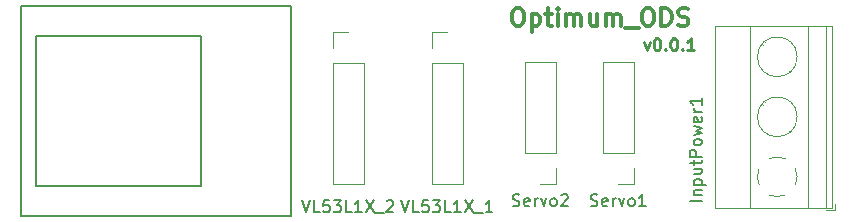
<source format=gbr>
%TF.GenerationSoftware,KiCad,Pcbnew,(5.0.2)-1*%
%TF.CreationDate,2021-02-04T11:14:55+01:00*%
%TF.ProjectId,radar_d1_mini_pcb,72616461-725f-4643-915f-6d696e695f70,rev?*%
%TF.SameCoordinates,Original*%
%TF.FileFunction,Legend,Top*%
%TF.FilePolarity,Positive*%
%FSLAX46Y46*%
G04 Gerber Fmt 4.6, Leading zero omitted, Abs format (unit mm)*
G04 Created by KiCad (PCBNEW (5.0.2)-1) date 04/02/2021 11:14:55*
%MOMM*%
%LPD*%
G01*
G04 APERTURE LIST*
%ADD10C,0.250000*%
%ADD11C,0.375000*%
%ADD12C,0.150000*%
%ADD13C,0.120000*%
G04 APERTURE END LIST*
D10*
X161433142Y-122213714D02*
X161671238Y-122880380D01*
X161909333Y-122213714D01*
X162480761Y-121880380D02*
X162576000Y-121880380D01*
X162671238Y-121928000D01*
X162718857Y-121975619D01*
X162766476Y-122070857D01*
X162814095Y-122261333D01*
X162814095Y-122499428D01*
X162766476Y-122689904D01*
X162718857Y-122785142D01*
X162671238Y-122832761D01*
X162576000Y-122880380D01*
X162480761Y-122880380D01*
X162385523Y-122832761D01*
X162337904Y-122785142D01*
X162290285Y-122689904D01*
X162242666Y-122499428D01*
X162242666Y-122261333D01*
X162290285Y-122070857D01*
X162337904Y-121975619D01*
X162385523Y-121928000D01*
X162480761Y-121880380D01*
X163242666Y-122785142D02*
X163290285Y-122832761D01*
X163242666Y-122880380D01*
X163195047Y-122832761D01*
X163242666Y-122785142D01*
X163242666Y-122880380D01*
X163909333Y-121880380D02*
X164004571Y-121880380D01*
X164099809Y-121928000D01*
X164147428Y-121975619D01*
X164195047Y-122070857D01*
X164242666Y-122261333D01*
X164242666Y-122499428D01*
X164195047Y-122689904D01*
X164147428Y-122785142D01*
X164099809Y-122832761D01*
X164004571Y-122880380D01*
X163909333Y-122880380D01*
X163814095Y-122832761D01*
X163766476Y-122785142D01*
X163718857Y-122689904D01*
X163671238Y-122499428D01*
X163671238Y-122261333D01*
X163718857Y-122070857D01*
X163766476Y-121975619D01*
X163814095Y-121928000D01*
X163909333Y-121880380D01*
X164671238Y-122785142D02*
X164718857Y-122832761D01*
X164671238Y-122880380D01*
X164623619Y-122832761D01*
X164671238Y-122785142D01*
X164671238Y-122880380D01*
X165671238Y-122880380D02*
X165099809Y-122880380D01*
X165385523Y-122880380D02*
X165385523Y-121880380D01*
X165290285Y-122023238D01*
X165195047Y-122118476D01*
X165099809Y-122166095D01*
D11*
X150626857Y-119320571D02*
X150912571Y-119320571D01*
X151055428Y-119392000D01*
X151198285Y-119534857D01*
X151269714Y-119820571D01*
X151269714Y-120320571D01*
X151198285Y-120606285D01*
X151055428Y-120749142D01*
X150912571Y-120820571D01*
X150626857Y-120820571D01*
X150484000Y-120749142D01*
X150341142Y-120606285D01*
X150269714Y-120320571D01*
X150269714Y-119820571D01*
X150341142Y-119534857D01*
X150484000Y-119392000D01*
X150626857Y-119320571D01*
X151912571Y-119820571D02*
X151912571Y-121320571D01*
X151912571Y-119892000D02*
X152055428Y-119820571D01*
X152341142Y-119820571D01*
X152484000Y-119892000D01*
X152555428Y-119963428D01*
X152626857Y-120106285D01*
X152626857Y-120534857D01*
X152555428Y-120677714D01*
X152484000Y-120749142D01*
X152341142Y-120820571D01*
X152055428Y-120820571D01*
X151912571Y-120749142D01*
X153055428Y-119820571D02*
X153626857Y-119820571D01*
X153269714Y-119320571D02*
X153269714Y-120606285D01*
X153341142Y-120749142D01*
X153484000Y-120820571D01*
X153626857Y-120820571D01*
X154126857Y-120820571D02*
X154126857Y-119820571D01*
X154126857Y-119320571D02*
X154055428Y-119392000D01*
X154126857Y-119463428D01*
X154198285Y-119392000D01*
X154126857Y-119320571D01*
X154126857Y-119463428D01*
X154841142Y-120820571D02*
X154841142Y-119820571D01*
X154841142Y-119963428D02*
X154912571Y-119892000D01*
X155055428Y-119820571D01*
X155269714Y-119820571D01*
X155412571Y-119892000D01*
X155484000Y-120034857D01*
X155484000Y-120820571D01*
X155484000Y-120034857D02*
X155555428Y-119892000D01*
X155698285Y-119820571D01*
X155912571Y-119820571D01*
X156055428Y-119892000D01*
X156126857Y-120034857D01*
X156126857Y-120820571D01*
X157484000Y-119820571D02*
X157484000Y-120820571D01*
X156841142Y-119820571D02*
X156841142Y-120606285D01*
X156912571Y-120749142D01*
X157055428Y-120820571D01*
X157269714Y-120820571D01*
X157412571Y-120749142D01*
X157484000Y-120677714D01*
X158198285Y-120820571D02*
X158198285Y-119820571D01*
X158198285Y-119963428D02*
X158269714Y-119892000D01*
X158412571Y-119820571D01*
X158626857Y-119820571D01*
X158769714Y-119892000D01*
X158841142Y-120034857D01*
X158841142Y-120820571D01*
X158841142Y-120034857D02*
X158912571Y-119892000D01*
X159055428Y-119820571D01*
X159269714Y-119820571D01*
X159412571Y-119892000D01*
X159484000Y-120034857D01*
X159484000Y-120820571D01*
X159841142Y-120963428D02*
X160984000Y-120963428D01*
X161626857Y-119320571D02*
X161912571Y-119320571D01*
X162055428Y-119392000D01*
X162198285Y-119534857D01*
X162269714Y-119820571D01*
X162269714Y-120320571D01*
X162198285Y-120606285D01*
X162055428Y-120749142D01*
X161912571Y-120820571D01*
X161626857Y-120820571D01*
X161484000Y-120749142D01*
X161341142Y-120606285D01*
X161269714Y-120320571D01*
X161269714Y-119820571D01*
X161341142Y-119534857D01*
X161484000Y-119392000D01*
X161626857Y-119320571D01*
X162912571Y-120820571D02*
X162912571Y-119320571D01*
X163269714Y-119320571D01*
X163484000Y-119392000D01*
X163626857Y-119534857D01*
X163698285Y-119677714D01*
X163769714Y-119963428D01*
X163769714Y-120177714D01*
X163698285Y-120463428D01*
X163626857Y-120606285D01*
X163484000Y-120749142D01*
X163269714Y-120820571D01*
X162912571Y-120820571D01*
X164341142Y-120749142D02*
X164555428Y-120820571D01*
X164912571Y-120820571D01*
X165055428Y-120749142D01*
X165126857Y-120677714D01*
X165198285Y-120534857D01*
X165198285Y-120392000D01*
X165126857Y-120249142D01*
X165055428Y-120177714D01*
X164912571Y-120106285D01*
X164626857Y-120034857D01*
X164484000Y-119963428D01*
X164412571Y-119892000D01*
X164341142Y-119749142D01*
X164341142Y-119606285D01*
X164412571Y-119463428D01*
X164484000Y-119392000D01*
X164626857Y-119320571D01*
X164984000Y-119320571D01*
X165198285Y-119392000D01*
D12*
X109982000Y-134366000D02*
X123952000Y-134366000D01*
X123952000Y-134366000D02*
X123952000Y-121666000D01*
X123952000Y-121666000D02*
X109982000Y-121666000D01*
X109982000Y-121666000D02*
X109982000Y-134366000D01*
X108712000Y-136906000D02*
X108712000Y-119126000D01*
X108712000Y-119126000D02*
X131572000Y-119126000D01*
X131572000Y-119126000D02*
X131572000Y-136906000D01*
X131572000Y-136906000D02*
X108712000Y-136906000D01*
D13*
X174254756Y-132920682D02*
G75*
G02X174400000Y-133604000I-1534756J-683318D01*
G01*
X172036958Y-132068574D02*
G75*
G02X173404000Y-132069000I683042J-1535426D01*
G01*
X171184574Y-134287042D02*
G75*
G02X171185000Y-132920000I1535426J683042D01*
G01*
X173403042Y-135139426D02*
G75*
G02X172036000Y-135139000I-683042J1535426D01*
G01*
X174400253Y-133575195D02*
G75*
G02X174255000Y-134288000I-1680253J-28805D01*
G01*
X174400000Y-128524000D02*
G75*
G03X174400000Y-128524000I-1680000J0D01*
G01*
X174400000Y-123444000D02*
G75*
G03X174400000Y-123444000I-1680000J0D01*
G01*
X176820000Y-136204000D02*
X176820000Y-120844000D01*
X175320000Y-136204000D02*
X175320000Y-120844000D01*
X170419000Y-136204000D02*
X170419000Y-120844000D01*
X167459000Y-136204000D02*
X167459000Y-120844000D01*
X177380000Y-136204000D02*
X177380000Y-120844000D01*
X167459000Y-136204000D02*
X177380000Y-136204000D01*
X167459000Y-120844000D02*
X177380000Y-120844000D01*
X171651000Y-127249000D02*
X171697000Y-127296000D01*
X173959000Y-129558000D02*
X173994000Y-129593000D01*
X171445000Y-127454000D02*
X171481000Y-127489000D01*
X173743000Y-129751000D02*
X173789000Y-129798000D01*
X171651000Y-122169000D02*
X171697000Y-122216000D01*
X173959000Y-124478000D02*
X173994000Y-124513000D01*
X171445000Y-122374000D02*
X171481000Y-122409000D01*
X173743000Y-124671000D02*
X173789000Y-124718000D01*
X176880000Y-136444000D02*
X177620000Y-136444000D01*
X177620000Y-136444000D02*
X177620000Y-135944000D01*
X160588000Y-123892000D02*
X157928000Y-123892000D01*
X160588000Y-131572000D02*
X160588000Y-123892000D01*
X157928000Y-131572000D02*
X157928000Y-123892000D01*
X160588000Y-131572000D02*
X157928000Y-131572000D01*
X160588000Y-132842000D02*
X160588000Y-134172000D01*
X160588000Y-134172000D02*
X159258000Y-134172000D01*
X153984000Y-134172000D02*
X152654000Y-134172000D01*
X153984000Y-132842000D02*
X153984000Y-134172000D01*
X153984000Y-131572000D02*
X151324000Y-131572000D01*
X151324000Y-131572000D02*
X151324000Y-123892000D01*
X153984000Y-131572000D02*
X153984000Y-123892000D01*
X153984000Y-123892000D02*
X151324000Y-123892000D01*
X143450000Y-134172000D02*
X146110000Y-134172000D01*
X143450000Y-123952000D02*
X143450000Y-134172000D01*
X146110000Y-123952000D02*
X146110000Y-134172000D01*
X143450000Y-123952000D02*
X146110000Y-123952000D01*
X143450000Y-122682000D02*
X143450000Y-121352000D01*
X143450000Y-121352000D02*
X144780000Y-121352000D01*
X135068000Y-121352000D02*
X136398000Y-121352000D01*
X135068000Y-122682000D02*
X135068000Y-121352000D01*
X135068000Y-123952000D02*
X137728000Y-123952000D01*
X137728000Y-123952000D02*
X137728000Y-134172000D01*
X135068000Y-123952000D02*
X135068000Y-134172000D01*
X135068000Y-134172000D02*
X137728000Y-134172000D01*
D12*
X166314380Y-135651333D02*
X165314380Y-135651333D01*
X165647714Y-135175142D02*
X166314380Y-135175142D01*
X165742952Y-135175142D02*
X165695333Y-135127523D01*
X165647714Y-135032285D01*
X165647714Y-134889428D01*
X165695333Y-134794190D01*
X165790571Y-134746571D01*
X166314380Y-134746571D01*
X165647714Y-134270380D02*
X166647714Y-134270380D01*
X165695333Y-134270380D02*
X165647714Y-134175142D01*
X165647714Y-133984666D01*
X165695333Y-133889428D01*
X165742952Y-133841809D01*
X165838190Y-133794190D01*
X166123904Y-133794190D01*
X166219142Y-133841809D01*
X166266761Y-133889428D01*
X166314380Y-133984666D01*
X166314380Y-134175142D01*
X166266761Y-134270380D01*
X165647714Y-132937047D02*
X166314380Y-132937047D01*
X165647714Y-133365619D02*
X166171523Y-133365619D01*
X166266761Y-133318000D01*
X166314380Y-133222761D01*
X166314380Y-133079904D01*
X166266761Y-132984666D01*
X166219142Y-132937047D01*
X165647714Y-132603714D02*
X165647714Y-132222761D01*
X165314380Y-132460857D02*
X166171523Y-132460857D01*
X166266761Y-132413238D01*
X166314380Y-132318000D01*
X166314380Y-132222761D01*
X166314380Y-131889428D02*
X165314380Y-131889428D01*
X165314380Y-131508476D01*
X165362000Y-131413238D01*
X165409619Y-131365619D01*
X165504857Y-131318000D01*
X165647714Y-131318000D01*
X165742952Y-131365619D01*
X165790571Y-131413238D01*
X165838190Y-131508476D01*
X165838190Y-131889428D01*
X166314380Y-130746571D02*
X166266761Y-130841809D01*
X166219142Y-130889428D01*
X166123904Y-130937047D01*
X165838190Y-130937047D01*
X165742952Y-130889428D01*
X165695333Y-130841809D01*
X165647714Y-130746571D01*
X165647714Y-130603714D01*
X165695333Y-130508476D01*
X165742952Y-130460857D01*
X165838190Y-130413238D01*
X166123904Y-130413238D01*
X166219142Y-130460857D01*
X166266761Y-130508476D01*
X166314380Y-130603714D01*
X166314380Y-130746571D01*
X165647714Y-130079904D02*
X166314380Y-129889428D01*
X165838190Y-129698952D01*
X166314380Y-129508476D01*
X165647714Y-129318000D01*
X166266761Y-128556095D02*
X166314380Y-128651333D01*
X166314380Y-128841809D01*
X166266761Y-128937047D01*
X166171523Y-128984666D01*
X165790571Y-128984666D01*
X165695333Y-128937047D01*
X165647714Y-128841809D01*
X165647714Y-128651333D01*
X165695333Y-128556095D01*
X165790571Y-128508476D01*
X165885809Y-128508476D01*
X165981047Y-128984666D01*
X166314380Y-128079904D02*
X165647714Y-128079904D01*
X165838190Y-128079904D02*
X165742952Y-128032285D01*
X165695333Y-127984666D01*
X165647714Y-127889428D01*
X165647714Y-127794190D01*
X166314380Y-126937047D02*
X166314380Y-127508476D01*
X166314380Y-127222761D02*
X165314380Y-127222761D01*
X165457238Y-127318000D01*
X165552476Y-127413238D01*
X165600095Y-127508476D01*
X156924666Y-136040761D02*
X157067523Y-136088380D01*
X157305619Y-136088380D01*
X157400857Y-136040761D01*
X157448476Y-135993142D01*
X157496095Y-135897904D01*
X157496095Y-135802666D01*
X157448476Y-135707428D01*
X157400857Y-135659809D01*
X157305619Y-135612190D01*
X157115142Y-135564571D01*
X157019904Y-135516952D01*
X156972285Y-135469333D01*
X156924666Y-135374095D01*
X156924666Y-135278857D01*
X156972285Y-135183619D01*
X157019904Y-135136000D01*
X157115142Y-135088380D01*
X157353238Y-135088380D01*
X157496095Y-135136000D01*
X158305619Y-136040761D02*
X158210380Y-136088380D01*
X158019904Y-136088380D01*
X157924666Y-136040761D01*
X157877047Y-135945523D01*
X157877047Y-135564571D01*
X157924666Y-135469333D01*
X158019904Y-135421714D01*
X158210380Y-135421714D01*
X158305619Y-135469333D01*
X158353238Y-135564571D01*
X158353238Y-135659809D01*
X157877047Y-135755047D01*
X158781809Y-136088380D02*
X158781809Y-135421714D01*
X158781809Y-135612190D02*
X158829428Y-135516952D01*
X158877047Y-135469333D01*
X158972285Y-135421714D01*
X159067523Y-135421714D01*
X159305619Y-135421714D02*
X159543714Y-136088380D01*
X159781809Y-135421714D01*
X160305619Y-136088380D02*
X160210380Y-136040761D01*
X160162761Y-135993142D01*
X160115142Y-135897904D01*
X160115142Y-135612190D01*
X160162761Y-135516952D01*
X160210380Y-135469333D01*
X160305619Y-135421714D01*
X160448476Y-135421714D01*
X160543714Y-135469333D01*
X160591333Y-135516952D01*
X160638952Y-135612190D01*
X160638952Y-135897904D01*
X160591333Y-135993142D01*
X160543714Y-136040761D01*
X160448476Y-136088380D01*
X160305619Y-136088380D01*
X161591333Y-136088380D02*
X161019904Y-136088380D01*
X161305619Y-136088380D02*
X161305619Y-135088380D01*
X161210380Y-135231238D01*
X161115142Y-135326476D01*
X161019904Y-135374095D01*
X150320666Y-136040761D02*
X150463523Y-136088380D01*
X150701619Y-136088380D01*
X150796857Y-136040761D01*
X150844476Y-135993142D01*
X150892095Y-135897904D01*
X150892095Y-135802666D01*
X150844476Y-135707428D01*
X150796857Y-135659809D01*
X150701619Y-135612190D01*
X150511142Y-135564571D01*
X150415904Y-135516952D01*
X150368285Y-135469333D01*
X150320666Y-135374095D01*
X150320666Y-135278857D01*
X150368285Y-135183619D01*
X150415904Y-135136000D01*
X150511142Y-135088380D01*
X150749238Y-135088380D01*
X150892095Y-135136000D01*
X151701619Y-136040761D02*
X151606380Y-136088380D01*
X151415904Y-136088380D01*
X151320666Y-136040761D01*
X151273047Y-135945523D01*
X151273047Y-135564571D01*
X151320666Y-135469333D01*
X151415904Y-135421714D01*
X151606380Y-135421714D01*
X151701619Y-135469333D01*
X151749238Y-135564571D01*
X151749238Y-135659809D01*
X151273047Y-135755047D01*
X152177809Y-136088380D02*
X152177809Y-135421714D01*
X152177809Y-135612190D02*
X152225428Y-135516952D01*
X152273047Y-135469333D01*
X152368285Y-135421714D01*
X152463523Y-135421714D01*
X152701619Y-135421714D02*
X152939714Y-136088380D01*
X153177809Y-135421714D01*
X153701619Y-136088380D02*
X153606380Y-136040761D01*
X153558761Y-135993142D01*
X153511142Y-135897904D01*
X153511142Y-135612190D01*
X153558761Y-135516952D01*
X153606380Y-135469333D01*
X153701619Y-135421714D01*
X153844476Y-135421714D01*
X153939714Y-135469333D01*
X153987333Y-135516952D01*
X154034952Y-135612190D01*
X154034952Y-135897904D01*
X153987333Y-135993142D01*
X153939714Y-136040761D01*
X153844476Y-136088380D01*
X153701619Y-136088380D01*
X154415904Y-135183619D02*
X154463523Y-135136000D01*
X154558761Y-135088380D01*
X154796857Y-135088380D01*
X154892095Y-135136000D01*
X154939714Y-135183619D01*
X154987333Y-135278857D01*
X154987333Y-135374095D01*
X154939714Y-135516952D01*
X154368285Y-136088380D01*
X154987333Y-136088380D01*
X140875238Y-135596380D02*
X141208571Y-136596380D01*
X141541904Y-135596380D01*
X142351428Y-136596380D02*
X141875238Y-136596380D01*
X141875238Y-135596380D01*
X143160952Y-135596380D02*
X142684761Y-135596380D01*
X142637142Y-136072571D01*
X142684761Y-136024952D01*
X142780000Y-135977333D01*
X143018095Y-135977333D01*
X143113333Y-136024952D01*
X143160952Y-136072571D01*
X143208571Y-136167809D01*
X143208571Y-136405904D01*
X143160952Y-136501142D01*
X143113333Y-136548761D01*
X143018095Y-136596380D01*
X142780000Y-136596380D01*
X142684761Y-136548761D01*
X142637142Y-136501142D01*
X143541904Y-135596380D02*
X144160952Y-135596380D01*
X143827619Y-135977333D01*
X143970476Y-135977333D01*
X144065714Y-136024952D01*
X144113333Y-136072571D01*
X144160952Y-136167809D01*
X144160952Y-136405904D01*
X144113333Y-136501142D01*
X144065714Y-136548761D01*
X143970476Y-136596380D01*
X143684761Y-136596380D01*
X143589523Y-136548761D01*
X143541904Y-136501142D01*
X145065714Y-136596380D02*
X144589523Y-136596380D01*
X144589523Y-135596380D01*
X145922857Y-136596380D02*
X145351428Y-136596380D01*
X145637142Y-136596380D02*
X145637142Y-135596380D01*
X145541904Y-135739238D01*
X145446666Y-135834476D01*
X145351428Y-135882095D01*
X146256190Y-135596380D02*
X146922857Y-136596380D01*
X146922857Y-135596380D02*
X146256190Y-136596380D01*
X147065714Y-136691619D02*
X147827619Y-136691619D01*
X148589523Y-136596380D02*
X148018095Y-136596380D01*
X148303809Y-136596380D02*
X148303809Y-135596380D01*
X148208571Y-135739238D01*
X148113333Y-135834476D01*
X148018095Y-135882095D01*
X132493238Y-135596380D02*
X132826571Y-136596380D01*
X133159904Y-135596380D01*
X133969428Y-136596380D02*
X133493238Y-136596380D01*
X133493238Y-135596380D01*
X134778952Y-135596380D02*
X134302761Y-135596380D01*
X134255142Y-136072571D01*
X134302761Y-136024952D01*
X134398000Y-135977333D01*
X134636095Y-135977333D01*
X134731333Y-136024952D01*
X134778952Y-136072571D01*
X134826571Y-136167809D01*
X134826571Y-136405904D01*
X134778952Y-136501142D01*
X134731333Y-136548761D01*
X134636095Y-136596380D01*
X134398000Y-136596380D01*
X134302761Y-136548761D01*
X134255142Y-136501142D01*
X135159904Y-135596380D02*
X135778952Y-135596380D01*
X135445619Y-135977333D01*
X135588476Y-135977333D01*
X135683714Y-136024952D01*
X135731333Y-136072571D01*
X135778952Y-136167809D01*
X135778952Y-136405904D01*
X135731333Y-136501142D01*
X135683714Y-136548761D01*
X135588476Y-136596380D01*
X135302761Y-136596380D01*
X135207523Y-136548761D01*
X135159904Y-136501142D01*
X136683714Y-136596380D02*
X136207523Y-136596380D01*
X136207523Y-135596380D01*
X137540857Y-136596380D02*
X136969428Y-136596380D01*
X137255142Y-136596380D02*
X137255142Y-135596380D01*
X137159904Y-135739238D01*
X137064666Y-135834476D01*
X136969428Y-135882095D01*
X137874190Y-135596380D02*
X138540857Y-136596380D01*
X138540857Y-135596380D02*
X137874190Y-136596380D01*
X138683714Y-136691619D02*
X139445619Y-136691619D01*
X139636095Y-135691619D02*
X139683714Y-135644000D01*
X139778952Y-135596380D01*
X140017047Y-135596380D01*
X140112285Y-135644000D01*
X140159904Y-135691619D01*
X140207523Y-135786857D01*
X140207523Y-135882095D01*
X140159904Y-136024952D01*
X139588476Y-136596380D01*
X140207523Y-136596380D01*
M02*

</source>
